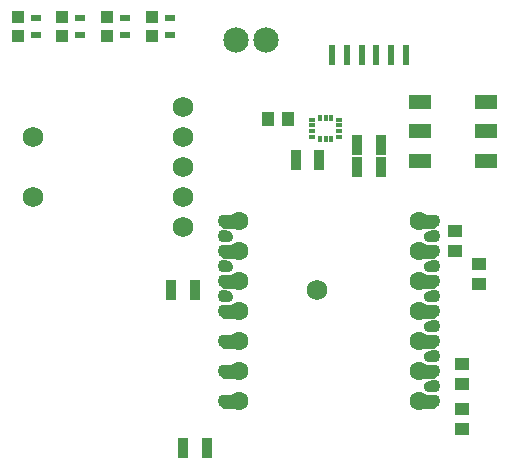
<source format=gts>
G04*
G04 #@! TF.GenerationSoftware,Altium Limited,Altium Designer,25.8.1 (18)*
G04*
G04 Layer_Color=8388736*
%FSLAX25Y25*%
%MOIN*%
G70*
G04*
G04 #@! TF.SameCoordinates,9ED927D4-040A-4753-B034-1DC7637F36AC*
G04*
G04*
G04 #@! TF.FilePolarity,Negative*
G04*
G01*
G75*
%ADD20R,0.07700X0.04700*%
%ADD21R,0.03500X0.02400*%
%ADD22R,0.02400X0.06700*%
%ADD24R,0.04000X0.04700*%
%ADD25R,0.04700X0.04000*%
%ADD26C,0.01000*%
%ADD27R,0.01384X0.02270*%
%ADD28R,0.02270X0.01384*%
%ADD29R,0.03950X0.03950*%
%ADD30R,0.03241X0.06587*%
%ADD31C,0.04343*%
%ADD32C,0.06312*%
%ADD33C,0.06800*%
%ADD34C,0.08477*%
G36*
X245700Y180721D02*
X242300D01*
Y184279D01*
X245700D01*
Y180721D01*
D02*
G37*
G36*
X178700D02*
X175300D01*
Y184279D01*
X178700D01*
Y180721D01*
D02*
G37*
G36*
X245700Y175721D02*
X243984D01*
X243474Y175802D01*
X242999Y176044D01*
X242611Y176432D01*
X242300Y177390D01*
Y177594D01*
X242381Y178105D01*
X242623Y178579D01*
X243011Y178968D01*
X243968Y179279D01*
X245700D01*
Y175721D01*
D02*
G37*
G36*
X177526Y179198D02*
X178001Y178956D01*
X178389Y178568D01*
X178700Y177610D01*
Y177406D01*
X178619Y176895D01*
X178377Y176421D01*
X177989Y176032D01*
X177032Y175721D01*
X175300D01*
Y179279D01*
X177016D01*
X177526Y179198D01*
D02*
G37*
G36*
X245700Y170721D02*
X242300D01*
Y174279D01*
X245700D01*
Y170721D01*
D02*
G37*
G36*
X178700D02*
X175300D01*
Y174279D01*
X178700D01*
Y170721D01*
D02*
G37*
G36*
X245700Y165721D02*
X243984D01*
X243474Y165802D01*
X242999Y166044D01*
X242611Y166432D01*
X242300Y167390D01*
Y167595D01*
X242381Y168105D01*
X242623Y168579D01*
X243011Y168968D01*
X243968Y169279D01*
X245700D01*
Y165721D01*
D02*
G37*
G36*
X177526Y169198D02*
X178001Y168956D01*
X178389Y168568D01*
X178700Y167610D01*
Y167405D01*
X178619Y166895D01*
X178377Y166421D01*
X177989Y166032D01*
X177032Y165721D01*
X175300D01*
Y169279D01*
X177016D01*
X177526Y169198D01*
D02*
G37*
G36*
X245700Y160721D02*
X242300D01*
Y164279D01*
X245700D01*
Y160721D01*
D02*
G37*
G36*
X178700D02*
X175300D01*
Y164279D01*
X178700D01*
Y160721D01*
D02*
G37*
G36*
X245700Y155721D02*
X243984D01*
X243474Y155802D01*
X242999Y156044D01*
X242611Y156432D01*
X242300Y157390D01*
Y157595D01*
X242381Y158105D01*
X242623Y158579D01*
X243011Y158968D01*
X243968Y159279D01*
X245700D01*
Y155721D01*
D02*
G37*
G36*
X177526Y159198D02*
X178001Y158956D01*
X178389Y158568D01*
X178700Y157610D01*
Y157405D01*
X178619Y156895D01*
X178377Y156421D01*
X177989Y156032D01*
X177032Y155721D01*
X175300D01*
Y159279D01*
X177016D01*
X177526Y159198D01*
D02*
G37*
G36*
X245700Y150721D02*
X242300D01*
Y154279D01*
X245700D01*
Y150721D01*
D02*
G37*
G36*
X178700D02*
X175300D01*
Y154279D01*
X178700D01*
Y150721D01*
D02*
G37*
G36*
X245700Y145721D02*
X243984D01*
X243474Y145802D01*
X242999Y146044D01*
X242611Y146432D01*
X242300Y147390D01*
Y147594D01*
X242381Y148105D01*
X242623Y148579D01*
X243011Y148968D01*
X243968Y149279D01*
X245700D01*
Y145721D01*
D02*
G37*
G36*
Y140721D02*
X242300D01*
Y144279D01*
X245700D01*
Y140721D01*
D02*
G37*
G36*
X178700D02*
X175300D01*
Y144279D01*
X178700D01*
Y140721D01*
D02*
G37*
G36*
X245700Y135721D02*
X243984D01*
X243474Y135802D01*
X242999Y136044D01*
X242611Y136432D01*
X242300Y137390D01*
Y137594D01*
X242381Y138105D01*
X242623Y138579D01*
X243011Y138968D01*
X243968Y139279D01*
X245700D01*
Y135721D01*
D02*
G37*
G36*
Y130721D02*
X242300D01*
Y134279D01*
X245700D01*
Y130721D01*
D02*
G37*
G36*
X178700D02*
X175300D01*
Y134279D01*
X178700D01*
Y130721D01*
D02*
G37*
G36*
X245700Y125721D02*
X243984D01*
X243474Y125802D01*
X242999Y126044D01*
X242611Y126432D01*
X242300Y127390D01*
Y127594D01*
X242381Y128105D01*
X242623Y128579D01*
X243011Y128968D01*
X243968Y129279D01*
X245700D01*
Y125721D01*
D02*
G37*
G36*
Y120721D02*
X242300D01*
Y124279D01*
X245700D01*
Y120721D01*
D02*
G37*
G36*
X178700D02*
X175300D01*
Y124279D01*
X178700D01*
Y120721D01*
D02*
G37*
D20*
X240878Y202658D02*
D03*
Y212500D02*
D03*
Y222342D02*
D03*
X263122D02*
D03*
Y212500D02*
D03*
Y202658D02*
D03*
D21*
X157500Y250450D02*
D03*
Y244550D02*
D03*
X113000Y250450D02*
D03*
Y244550D02*
D03*
X127500Y250450D02*
D03*
Y244550D02*
D03*
X142500Y250450D02*
D03*
Y244550D02*
D03*
D22*
X236303Y238115D02*
D03*
X231382D02*
D03*
X226461D02*
D03*
X221539D02*
D03*
X216618D02*
D03*
X211697D02*
D03*
D24*
X190150Y216500D02*
D03*
X196850D02*
D03*
D25*
X255000Y119850D02*
D03*
Y113150D02*
D03*
Y128150D02*
D03*
Y134850D02*
D03*
X252500Y172650D02*
D03*
Y179350D02*
D03*
X260500Y161650D02*
D03*
Y168350D02*
D03*
D26*
X175300Y180721D02*
X178700D01*
X175300D02*
Y184279D01*
X178700D01*
X242300D02*
X245700D01*
X242300Y180721D02*
Y184279D01*
Y180721D02*
X245700D01*
Y184279D01*
X178700Y180721D02*
Y184279D01*
X242300Y174279D02*
X245700D01*
X242300Y170721D02*
Y174279D01*
Y170721D02*
X245700D01*
Y174279D01*
X175300D02*
X178700D01*
X175300Y170721D02*
Y174279D01*
Y170721D02*
X178700D01*
Y174279D01*
X242300Y164279D02*
X245700D01*
X242300Y160721D02*
Y164279D01*
Y160721D02*
X245700D01*
Y164279D01*
X175300D02*
X178700D01*
X175300Y160721D02*
Y164279D01*
Y160721D02*
X178700D01*
Y164279D01*
X242300Y154279D02*
X245700D01*
X242300Y150721D02*
Y154279D01*
Y150721D02*
X245700D01*
Y154279D01*
X175300D02*
X178700D01*
X175300Y150721D02*
Y154279D01*
Y150721D02*
X178700D01*
Y154279D01*
X242300Y144279D02*
X245700D01*
X242300Y140721D02*
Y144279D01*
Y140721D02*
X245700D01*
Y144279D01*
X175300D02*
X178700D01*
X175300Y140721D02*
Y144279D01*
Y140721D02*
X178700D01*
Y144279D01*
X242300Y134279D02*
X245700D01*
X242300Y130721D02*
Y134279D01*
Y130721D02*
X245700D01*
Y134279D01*
X175300D02*
X178700D01*
X175300Y130721D02*
Y134279D01*
Y130721D02*
X178700D01*
Y134279D01*
X242300Y124279D02*
X245700D01*
X242300Y120721D02*
Y124279D01*
Y120721D02*
X245700D01*
Y124279D01*
X175300D02*
X178700D01*
X175300Y120721D02*
Y124279D01*
Y120721D02*
X178700D01*
Y124279D01*
D27*
X207531Y217092D02*
D03*
X209500D02*
D03*
X211469D02*
D03*
Y209908D02*
D03*
X209500D02*
D03*
X207531D02*
D03*
D28*
X214077Y216453D02*
D03*
Y214484D02*
D03*
Y212516D02*
D03*
Y210547D02*
D03*
X204923D02*
D03*
Y212516D02*
D03*
Y214484D02*
D03*
Y216453D02*
D03*
D29*
X151500Y250650D02*
D03*
Y244350D02*
D03*
X107000Y250650D02*
D03*
Y244350D02*
D03*
X121500Y250650D02*
D03*
Y244350D02*
D03*
X136500Y250650D02*
D03*
Y244350D02*
D03*
D30*
X158063Y159500D02*
D03*
X165937D02*
D03*
X220000Y208000D02*
D03*
X227874D02*
D03*
X207374Y203000D02*
D03*
X199500D02*
D03*
X220063Y200500D02*
D03*
X227937D02*
D03*
X162063Y107000D02*
D03*
X169937D02*
D03*
D31*
X245500Y122500D02*
D03*
Y132500D02*
D03*
Y142500D02*
D03*
Y152500D02*
D03*
Y162500D02*
D03*
Y172500D02*
D03*
Y182500D02*
D03*
X175500D02*
D03*
Y172500D02*
D03*
Y162500D02*
D03*
Y152500D02*
D03*
Y142500D02*
D03*
Y132500D02*
D03*
Y122500D02*
D03*
X245500Y127500D02*
D03*
Y137500D02*
D03*
Y147500D02*
D03*
Y157500D02*
D03*
Y167500D02*
D03*
Y177500D02*
D03*
X175500D02*
D03*
Y167500D02*
D03*
Y157500D02*
D03*
D32*
X240500Y122500D02*
D03*
Y132500D02*
D03*
Y142500D02*
D03*
Y152500D02*
D03*
Y162500D02*
D03*
Y172500D02*
D03*
Y182500D02*
D03*
X180500D02*
D03*
Y172500D02*
D03*
Y162500D02*
D03*
Y152500D02*
D03*
Y142500D02*
D03*
Y132500D02*
D03*
Y122500D02*
D03*
D33*
X206500Y159500D02*
D03*
X112000Y210500D02*
D03*
Y190500D02*
D03*
X162000Y180500D02*
D03*
Y220500D02*
D03*
Y190500D02*
D03*
Y210500D02*
D03*
Y200500D02*
D03*
D34*
X179500Y243000D02*
D03*
X189500D02*
D03*
M02*

</source>
